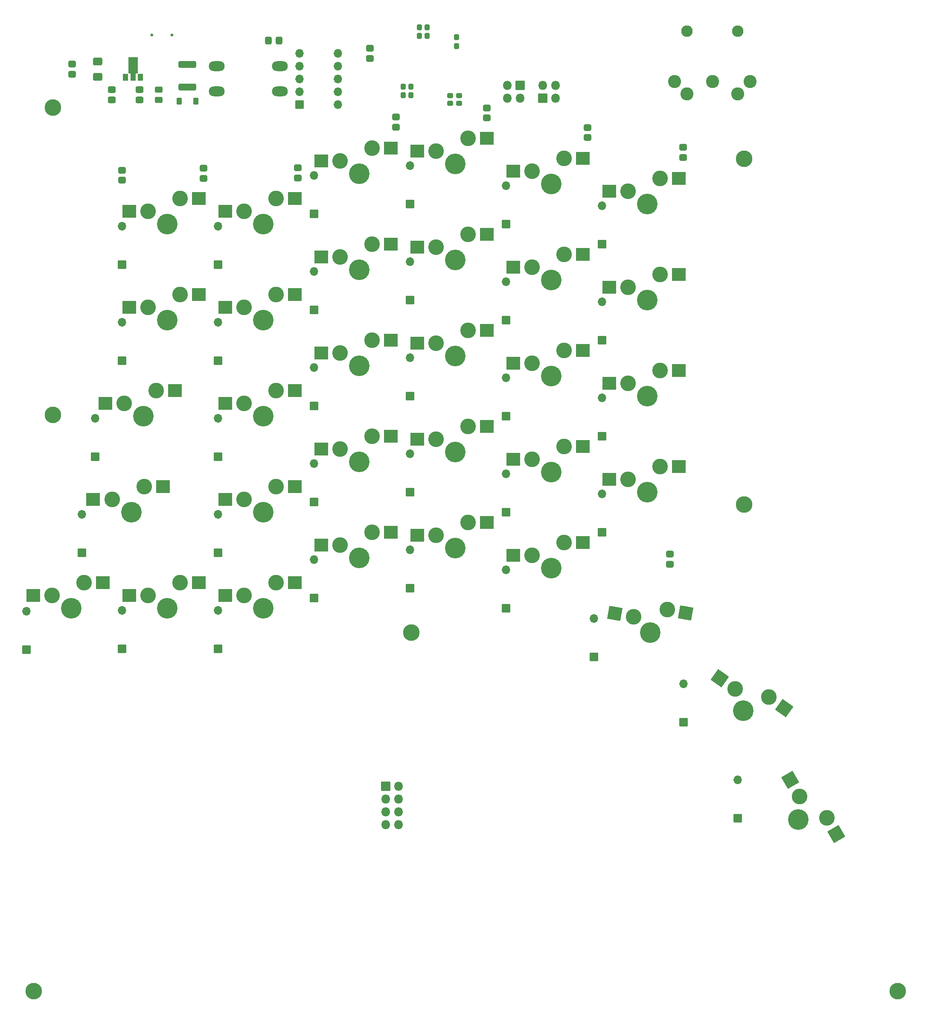
<source format=gbr>
%TF.GenerationSoftware,KiCad,Pcbnew,(6.0.0)*%
%TF.CreationDate,2022-01-02T22:46:40-08:00*%
%TF.ProjectId,thumbler_left,7468756d-626c-4657-925f-6c6566742e6b,rev?*%
%TF.SameCoordinates,Original*%
%TF.FileFunction,Soldermask,Bot*%
%TF.FilePolarity,Negative*%
%FSLAX46Y46*%
G04 Gerber Fmt 4.6, Leading zero omitted, Abs format (unit mm)*
G04 Created by KiCad (PCBNEW (6.0.0)) date 2022-01-02 22:46:40*
%MOMM*%
%LPD*%
G01*
G04 APERTURE LIST*
G04 Aperture macros list*
%AMRoundRect*
0 Rectangle with rounded corners*
0 $1 Rounding radius*
0 $2 $3 $4 $5 $6 $7 $8 $9 X,Y pos of 4 corners*
0 Add a 4 corners polygon primitive as box body*
4,1,4,$2,$3,$4,$5,$6,$7,$8,$9,$2,$3,0*
0 Add four circle primitives for the rounded corners*
1,1,$1+$1,$2,$3*
1,1,$1+$1,$4,$5*
1,1,$1+$1,$6,$7*
1,1,$1+$1,$8,$9*
0 Add four rect primitives between the rounded corners*
20,1,$1+$1,$2,$3,$4,$5,0*
20,1,$1+$1,$4,$5,$6,$7,0*
20,1,$1+$1,$6,$7,$8,$9,0*
20,1,$1+$1,$8,$9,$2,$3,0*%
%AMFreePoly0*
4,1,21,3.897855,0.901855,3.912500,0.866500,3.912500,-0.866500,3.897855,-0.901855,3.862500,-0.916500,0.737500,-0.916500,0.702145,-0.901855,0.687500,-0.866500,0.687500,-0.500000,-0.737500,-0.500000,-0.772855,-0.485355,-0.787500,-0.450000,-0.787500,0.450000,-0.772855,0.485355,-0.737500,0.500000,0.687500,0.500000,0.687500,0.866500,0.702145,0.901855,0.737500,0.916500,3.862500,0.916500,
3.897855,0.901855,3.897855,0.901855,$1*%
G04 Aperture macros list end*
%ADD10C,3.100000*%
%ADD11C,4.087800*%
%ADD12RoundRect,0.050000X-1.275000X-1.250000X1.275000X-1.250000X1.275000X1.250000X-1.275000X1.250000X0*%
%ADD13RoundRect,0.050000X0.800000X-0.800000X0.800000X0.800000X-0.800000X0.800000X-0.800000X-0.800000X0*%
%ADD14O,1.700000X1.700000*%
%ADD15C,2.601600*%
%ADD16C,2.286000*%
%ADD17RoundRect,0.050000X-0.850000X0.850000X-0.850000X-0.850000X0.850000X-0.850000X0.850000X0.850000X0*%
%ADD18O,1.800000X1.800000*%
%ADD19RoundRect,0.050000X-1.472690X-1.009608X1.038570X-1.452411X1.472690X1.009608X-1.038570X1.452411X0*%
%ADD20RoundRect,0.050000X-1.763389X-0.280326X0.315186X-1.757493X1.763389X0.280326X-0.315186X1.757493X0*%
%ADD21RoundRect,0.050000X-1.720032X0.479182X-0.445032X-1.729182X1.720032X-0.479182X0.445032X1.729182X0*%
%ADD22RoundRect,0.050000X0.850000X-0.850000X0.850000X0.850000X-0.850000X0.850000X-0.850000X-0.850000X0*%
%ADD23C,0.600000*%
%ADD24C,3.300000*%
%ADD25RoundRect,0.050000X-0.850000X-0.850000X0.850000X-0.850000X0.850000X0.850000X-0.850000X0.850000X0*%
%ADD26RoundRect,0.300000X-0.475000X0.337500X-0.475000X-0.337500X0.475000X-0.337500X0.475000X0.337500X0*%
%ADD27RoundRect,0.287500X-0.237500X0.300000X-0.237500X-0.300000X0.237500X-0.300000X0.237500X0.300000X0*%
%ADD28RoundRect,0.287500X-0.300000X-0.237500X0.300000X-0.237500X0.300000X0.237500X-0.300000X0.237500X0*%
%ADD29RoundRect,0.287500X0.237500X-0.300000X0.237500X0.300000X-0.237500X0.300000X-0.237500X-0.300000X0*%
%ADD30RoundRect,0.300000X0.337500X0.475000X-0.337500X0.475000X-0.337500X-0.475000X0.337500X-0.475000X0*%
%ADD31RoundRect,0.300000X-0.625000X0.462500X-0.625000X-0.462500X0.625000X-0.462500X0.625000X0.462500X0*%
%ADD32RoundRect,0.299999X0.450001X-0.350001X0.450001X0.350001X-0.450001X0.350001X-0.450001X-0.350001X0*%
%ADD33RoundRect,0.299999X-0.450001X0.350001X-0.450001X-0.350001X0.450001X-0.350001X0.450001X0.350001X0*%
%ADD34O,3.148000X1.950000*%
%ADD35RoundRect,0.050000X-0.800000X-0.800000X0.800000X-0.800000X0.800000X0.800000X-0.800000X0.800000X0*%
%ADD36RoundRect,0.050000X0.450000X-0.650000X0.450000X0.650000X-0.450000X0.650000X-0.450000X-0.650000X0*%
%ADD37FreePoly0,90.000000*%
%ADD38RoundRect,0.050000X0.450000X0.600000X-0.450000X0.600000X-0.450000X-0.600000X0.450000X-0.600000X0*%
%ADD39RoundRect,0.299999X-0.450001X0.325001X-0.450001X-0.325001X0.450001X-0.325001X0.450001X0.325001X0*%
%ADD40RoundRect,0.300000X-1.450000X0.400000X-1.450000X-0.400000X1.450000X-0.400000X1.450000X0.400000X0*%
G04 APERTURE END LIST*
D10*
%TO.C,S1*%
X93796000Y-251711000D03*
D11*
X97606000Y-254251000D03*
D10*
X100146000Y-249171000D03*
D12*
X90046000Y-251711000D03*
X103896000Y-249171000D03*
%TD*%
D11*
%TO.C,S4*%
X116653000Y-178046200D03*
D10*
X119193000Y-172966200D03*
X112843000Y-175506200D03*
D12*
X109093000Y-175506200D03*
X122943000Y-172966200D03*
%TD*%
D13*
%TO.C,D6*%
X107711000Y-186032200D03*
D14*
X107711000Y-178412200D03*
%TD*%
D13*
%TO.C,D3*%
X88701000Y-262394000D03*
D14*
X88701000Y-254774000D03*
%TD*%
D13*
%TO.C,D29*%
X201345800Y-263906000D03*
D14*
X201345800Y-256286000D03*
%TD*%
D13*
%TO.C,D30*%
X219075000Y-276860000D03*
D14*
X219075000Y-269240000D03*
%TD*%
D13*
%TO.C,D31*%
X229870000Y-295910000D03*
D14*
X229870000Y-288290000D03*
%TD*%
D15*
%TO.C,J4*%
X217317306Y-149732831D03*
X224817306Y-149732831D03*
X232317306Y-149732831D03*
X219817306Y-152232831D03*
X229817306Y-152232831D03*
D16*
X229817306Y-139732831D03*
X219817306Y-139732831D03*
%TD*%
D17*
%TO.C,J3*%
X186695000Y-150490000D03*
D18*
X186695000Y-153030000D03*
X184155000Y-150490000D03*
X184155000Y-153030000D03*
%TD*%
D10*
%TO.C,S27*%
X209159949Y-255891589D03*
D11*
X212471000Y-259054600D03*
D10*
X215854544Y-254492843D03*
D19*
X205466920Y-255240408D03*
X219547574Y-255144024D03*
%TD*%
D11*
%TO.C,S28*%
X230994898Y-274537771D03*
D10*
X236008071Y-271868296D03*
X229360635Y-270260285D03*
D20*
X226303906Y-268087981D03*
X239064800Y-274040600D03*
%TD*%
D11*
%TO.C,S29*%
X241870912Y-296116815D03*
D10*
X242165617Y-291547258D03*
X247540321Y-295776520D03*
D21*
X240290617Y-288299663D03*
X249415321Y-299024115D03*
%TD*%
D22*
%TO.C,J2*%
X191135000Y-153035000D03*
D18*
X191135000Y-150495000D03*
X193675000Y-153035000D03*
X193675000Y-150495000D03*
%TD*%
D23*
%TO.C,J1*%
X117595400Y-140478000D03*
X113595400Y-140478000D03*
%TD*%
D10*
%TO.C,S7*%
X138243000Y-172966200D03*
X131893000Y-175506200D03*
D11*
X135703000Y-178046200D03*
D12*
X128143000Y-175506200D03*
X141993000Y-172966200D03*
%TD*%
D10*
%TO.C,S12*%
X150943000Y-165506200D03*
X157293000Y-162966200D03*
D11*
X154753000Y-168046200D03*
D12*
X147193000Y-165506200D03*
X161043000Y-162966200D03*
%TD*%
D10*
%TO.C,S17*%
X176343000Y-160966200D03*
D11*
X173803000Y-166046200D03*
D10*
X169993000Y-163506200D03*
D12*
X166243000Y-163506200D03*
X180093000Y-160966200D03*
%TD*%
D11*
%TO.C,S22*%
X192853000Y-170046200D03*
D10*
X195393000Y-164966200D03*
X189043000Y-167506200D03*
D12*
X185293000Y-167506200D03*
X199143000Y-164966200D03*
%TD*%
D10*
%TO.C,S30*%
X208093000Y-171506200D03*
X214443000Y-168966200D03*
D11*
X211903000Y-174046200D03*
D12*
X204343000Y-171506200D03*
X218193000Y-168966200D03*
%TD*%
D10*
%TO.C,S5*%
X119193000Y-192016200D03*
X112843000Y-194556200D03*
D11*
X116653000Y-197096200D03*
D12*
X109093000Y-194556200D03*
X122943000Y-192016200D03*
%TD*%
D10*
%TO.C,S8*%
X131893000Y-194556200D03*
X138243000Y-192016200D03*
D11*
X135703000Y-197096200D03*
D12*
X128143000Y-194556200D03*
X141993000Y-192016200D03*
%TD*%
D10*
%TO.C,S13*%
X150943000Y-184556200D03*
X157293000Y-182016200D03*
D11*
X154753000Y-187096200D03*
D12*
X147193000Y-184556200D03*
X161043000Y-182016200D03*
%TD*%
D10*
%TO.C,S18*%
X176343000Y-180016200D03*
D11*
X173803000Y-185096200D03*
D10*
X169993000Y-182556200D03*
D12*
X166243000Y-182556200D03*
X180093000Y-180016200D03*
%TD*%
D10*
%TO.C,S23*%
X189043000Y-186556200D03*
D11*
X192853000Y-189096200D03*
D10*
X195393000Y-184016200D03*
D12*
X185293000Y-186556200D03*
X199143000Y-184016200D03*
%TD*%
D10*
%TO.C,S31*%
X214443000Y-188016200D03*
X208093000Y-190556200D03*
D11*
X211903000Y-193096200D03*
D12*
X204343000Y-190556200D03*
X218193000Y-188016200D03*
%TD*%
D10*
%TO.C,S2*%
X108116516Y-213597880D03*
X114466516Y-211057880D03*
D11*
X111926516Y-216137880D03*
D12*
X104366516Y-213597880D03*
X118216516Y-211057880D03*
%TD*%
D10*
%TO.C,S9*%
X131893000Y-213606200D03*
X138243000Y-211066200D03*
D11*
X135703000Y-216146200D03*
D12*
X128143000Y-213606200D03*
X141993000Y-211066200D03*
%TD*%
D11*
%TO.C,S14*%
X154753000Y-206146200D03*
D10*
X157293000Y-201066200D03*
X150943000Y-203606200D03*
D12*
X147193000Y-203606200D03*
X161043000Y-201066200D03*
%TD*%
D11*
%TO.C,S19*%
X173803000Y-204146200D03*
D10*
X176343000Y-199066200D03*
X169993000Y-201606200D03*
D12*
X166243000Y-201606200D03*
X180093000Y-199066200D03*
%TD*%
D10*
%TO.C,S24*%
X195393000Y-203066200D03*
X189043000Y-205606200D03*
D11*
X192853000Y-208146200D03*
D12*
X185293000Y-205606200D03*
X199143000Y-203066200D03*
%TD*%
D10*
%TO.C,S32*%
X214443000Y-207066200D03*
X208093000Y-209606200D03*
D11*
X211903000Y-212146200D03*
D12*
X204343000Y-209606200D03*
X218193000Y-207066200D03*
%TD*%
D10*
%TO.C,S3*%
X112045456Y-230115156D03*
X105695456Y-232655156D03*
D11*
X109505456Y-235195156D03*
D12*
X101945456Y-232655156D03*
X115795456Y-230115156D03*
%TD*%
D11*
%TO.C,S10*%
X135703000Y-235196200D03*
D10*
X131893000Y-232656200D03*
X138243000Y-230116200D03*
D12*
X128143000Y-232656200D03*
X141993000Y-230116200D03*
%TD*%
D11*
%TO.C,S15*%
X154753000Y-225196200D03*
D10*
X157293000Y-220116200D03*
X150943000Y-222656200D03*
D12*
X147193000Y-222656200D03*
X161043000Y-220116200D03*
%TD*%
D10*
%TO.C,S20*%
X169993000Y-220656200D03*
D11*
X173803000Y-223196200D03*
D10*
X176343000Y-218116200D03*
D12*
X166243000Y-220656200D03*
X180093000Y-218116200D03*
%TD*%
D11*
%TO.C,S25*%
X192853000Y-227196200D03*
D10*
X189043000Y-224656200D03*
X195393000Y-222116200D03*
D12*
X185293000Y-224656200D03*
X199143000Y-222116200D03*
%TD*%
D10*
%TO.C,S33*%
X208093000Y-228656200D03*
X214443000Y-226116200D03*
D11*
X211903000Y-231196200D03*
D12*
X204343000Y-228656200D03*
X218193000Y-226116200D03*
%TD*%
D11*
%TO.C,S6*%
X116653000Y-254246200D03*
D10*
X112843000Y-251706200D03*
X119193000Y-249166200D03*
D12*
X109093000Y-251706200D03*
X122943000Y-249166200D03*
%TD*%
D11*
%TO.C,S11*%
X135703000Y-254246200D03*
D10*
X131893000Y-251706200D03*
X138243000Y-249166200D03*
D12*
X128143000Y-251706200D03*
X141993000Y-249166200D03*
%TD*%
D10*
%TO.C,S16*%
X150943000Y-241706200D03*
D11*
X154753000Y-244246200D03*
D10*
X157293000Y-239166200D03*
D12*
X147193000Y-241706200D03*
X161043000Y-239166200D03*
%TD*%
D11*
%TO.C,S21*%
X173803000Y-242246200D03*
D10*
X169993000Y-239706200D03*
X176343000Y-237166200D03*
D12*
X166243000Y-239706200D03*
X180093000Y-237166200D03*
%TD*%
D10*
%TO.C,S26*%
X189043000Y-243706200D03*
X195393000Y-241166200D03*
D11*
X192853000Y-246246200D03*
D12*
X185293000Y-243706200D03*
X199143000Y-241166200D03*
%TD*%
D13*
%TO.C,D9*%
X126761000Y-186032200D03*
D14*
X126761000Y-178412200D03*
%TD*%
D13*
%TO.C,D14*%
X145811000Y-176032200D03*
D14*
X145811000Y-168412200D03*
%TD*%
D13*
%TO.C,D19*%
X164861000Y-174032200D03*
D14*
X164861000Y-166412200D03*
%TD*%
D13*
%TO.C,D24*%
X183911000Y-178032200D03*
D14*
X183911000Y-170412200D03*
%TD*%
D13*
%TO.C,D32*%
X202961000Y-182032200D03*
D14*
X202961000Y-174412200D03*
%TD*%
D13*
%TO.C,D7*%
X107711000Y-205082200D03*
D14*
X107711000Y-197462200D03*
%TD*%
D13*
%TO.C,D10*%
X126761000Y-205082200D03*
D14*
X126761000Y-197462200D03*
%TD*%
D13*
%TO.C,D15*%
X145811000Y-195082200D03*
D14*
X145811000Y-187462200D03*
%TD*%
D13*
%TO.C,D20*%
X164861000Y-193082200D03*
D14*
X164861000Y-185462200D03*
%TD*%
D13*
%TO.C,D25*%
X183911000Y-197082200D03*
D14*
X183911000Y-189462200D03*
%TD*%
D13*
%TO.C,D33*%
X202961000Y-201082200D03*
D14*
X202961000Y-193462200D03*
%TD*%
D13*
%TO.C,D4*%
X102331600Y-224155000D03*
D14*
X102331600Y-216535000D03*
%TD*%
D13*
%TO.C,D11*%
X126761000Y-224132200D03*
D14*
X126761000Y-216512200D03*
%TD*%
D13*
%TO.C,D16*%
X145811000Y-214132200D03*
D14*
X145811000Y-206512200D03*
%TD*%
D13*
%TO.C,D21*%
X164861000Y-212132200D03*
D14*
X164861000Y-204512200D03*
%TD*%
D13*
%TO.C,D26*%
X183911000Y-216132200D03*
D14*
X183911000Y-208512200D03*
%TD*%
D13*
%TO.C,D34*%
X202961000Y-220132200D03*
D14*
X202961000Y-212512200D03*
%TD*%
D13*
%TO.C,D5*%
X99695000Y-243205000D03*
D14*
X99695000Y-235585000D03*
%TD*%
D13*
%TO.C,D12*%
X126761000Y-243182200D03*
D14*
X126761000Y-235562200D03*
%TD*%
D13*
%TO.C,D17*%
X145811000Y-233182200D03*
D14*
X145811000Y-225562200D03*
%TD*%
D13*
%TO.C,D22*%
X164861000Y-231182200D03*
D14*
X164861000Y-223562200D03*
%TD*%
D13*
%TO.C,D27*%
X183911000Y-235182200D03*
D14*
X183911000Y-227562200D03*
%TD*%
D13*
%TO.C,D35*%
X202961000Y-239182200D03*
D14*
X202961000Y-231562200D03*
%TD*%
D13*
%TO.C,D8*%
X107711000Y-262232200D03*
D14*
X107711000Y-254612200D03*
%TD*%
D13*
%TO.C,D13*%
X126761000Y-262232200D03*
D14*
X126761000Y-254612200D03*
%TD*%
D13*
%TO.C,D18*%
X145811000Y-252232200D03*
D14*
X145811000Y-244612200D03*
%TD*%
D13*
%TO.C,D23*%
X164861000Y-250232200D03*
D14*
X164861000Y-242612200D03*
%TD*%
D13*
%TO.C,D28*%
X183911000Y-254232200D03*
D14*
X183911000Y-246612200D03*
%TD*%
D24*
%TO.C,H5*%
X231140000Y-165100000D03*
%TD*%
%TO.C,H6*%
X93980000Y-154940000D03*
%TD*%
%TO.C,H2*%
X165100000Y-259080000D03*
%TD*%
%TO.C,H7*%
X93980000Y-215900000D03*
%TD*%
D25*
%TO.C,J9*%
X160020000Y-289560000D03*
D18*
X162560000Y-289560000D03*
X160020000Y-292100000D03*
X162560000Y-292100000D03*
X160020000Y-294640000D03*
X162560000Y-294640000D03*
X160020000Y-297180000D03*
X162560000Y-297180000D03*
%TD*%
D24*
%TO.C,H1*%
X261620000Y-330200000D03*
%TD*%
%TO.C,H3*%
X90170000Y-330200000D03*
%TD*%
%TO.C,H4*%
X231140000Y-233680000D03*
%TD*%
D26*
%TO.C,C1*%
X111125000Y-151331250D03*
X111125000Y-153406250D03*
%TD*%
D27*
%TO.C,C3*%
X163515100Y-150728600D03*
X163515100Y-152453600D03*
%TD*%
D28*
%TO.C,C7*%
X172812600Y-152506600D03*
X174537600Y-152506600D03*
%TD*%
D29*
%TO.C,C8*%
X174056100Y-142701100D03*
X174056100Y-140976100D03*
%TD*%
%TO.C,C9*%
X166702800Y-140695600D03*
X166702800Y-138970600D03*
%TD*%
D30*
%TO.C,C4*%
X138832500Y-141605000D03*
X136757500Y-141605000D03*
%TD*%
D29*
%TO.C,C10*%
X168214100Y-140695600D03*
X168214100Y-138970600D03*
%TD*%
D31*
%TO.C,D2*%
X102842500Y-145801250D03*
X102842500Y-148776250D03*
%TD*%
D32*
%TO.C,R7*%
X156845000Y-145145000D03*
X156845000Y-143145000D03*
%TD*%
D33*
%TO.C,R4*%
X97762500Y-146288750D03*
X97762500Y-148288750D03*
%TD*%
%TO.C,R6*%
X142523600Y-166880600D03*
X142523600Y-168880600D03*
%TD*%
%TO.C,R8*%
X162030800Y-156771400D03*
X162030800Y-158771400D03*
%TD*%
%TO.C,R9*%
X180086000Y-154956000D03*
X180086000Y-156956000D03*
%TD*%
%TO.C,R10*%
X200080000Y-158854200D03*
X200080000Y-160854200D03*
%TD*%
%TO.C,R11*%
X216408000Y-243491000D03*
X216408000Y-245491000D03*
%TD*%
%TO.C,R12*%
X219028400Y-162816600D03*
X219028400Y-164816600D03*
%TD*%
D34*
%TO.C,SW1*%
X126475000Y-151725000D03*
X138975000Y-151725000D03*
X126475000Y-146725000D03*
X138975000Y-146725000D03*
%TD*%
D35*
%TO.C,SW2*%
X142925750Y-154294250D03*
D14*
X142925750Y-151754250D03*
X142925750Y-149214250D03*
X142925750Y-146674250D03*
X142925750Y-144134250D03*
X150545750Y-144134250D03*
X150545750Y-146674250D03*
X150545750Y-149214250D03*
X150545750Y-151754250D03*
X150545750Y-154294250D03*
%TD*%
D36*
%TO.C,U2*%
X111355000Y-148938750D03*
D37*
X109855000Y-148851250D03*
D36*
X108355000Y-148938750D03*
%TD*%
D38*
%TO.C,D1*%
X122300000Y-153670000D03*
X119000000Y-153670000D03*
%TD*%
D33*
%TO.C,R5*%
X123829200Y-166931400D03*
X123829200Y-168931400D03*
%TD*%
D39*
%TO.C,FB1*%
X114935000Y-151375000D03*
X114935000Y-153425000D03*
%TD*%
D40*
%TO.C,F1*%
X120650000Y-146365000D03*
X120650000Y-150815000D03*
%TD*%
D26*
%TO.C,C2*%
X105612500Y-151331250D03*
X105612500Y-153406250D03*
%TD*%
D28*
%TO.C,C5*%
X172812600Y-154030600D03*
X174537600Y-154030600D03*
%TD*%
D27*
%TO.C,C6*%
X165039100Y-150728600D03*
X165039100Y-152453600D03*
%TD*%
D33*
%TO.C,R3*%
X107674800Y-167337800D03*
X107674800Y-169337800D03*
%TD*%
M02*

</source>
